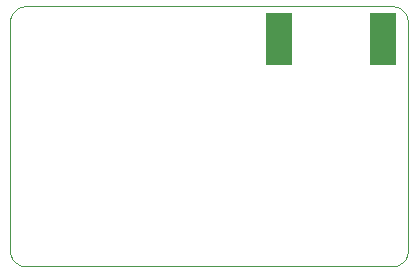
<source format=gbp>
G75*
G70*
%OFA0B0*%
%FSLAX24Y24*%
%IPPOS*%
%LPD*%
%AMOC8*
5,1,8,0,0,1.08239X$1,22.5*
%
%ADD10C,0.0020*%
%ADD11R,0.0870X0.1720*%
D10*
X006654Y000650D02*
X006654Y008311D01*
X006656Y008355D01*
X006662Y008398D01*
X006671Y008440D01*
X006684Y008482D01*
X006701Y008522D01*
X006721Y008561D01*
X006744Y008598D01*
X006771Y008632D01*
X006800Y008665D01*
X006833Y008694D01*
X006867Y008721D01*
X006904Y008744D01*
X006943Y008764D01*
X006983Y008781D01*
X007025Y008794D01*
X007067Y008803D01*
X007110Y008809D01*
X007154Y008811D01*
X019402Y008811D01*
X019446Y008809D01*
X019489Y008803D01*
X019531Y008794D01*
X019573Y008781D01*
X019613Y008764D01*
X019652Y008744D01*
X019689Y008721D01*
X019723Y008694D01*
X019756Y008665D01*
X019785Y008632D01*
X019812Y008598D01*
X019835Y008561D01*
X019855Y008522D01*
X019872Y008482D01*
X019885Y008440D01*
X019894Y008398D01*
X019900Y008355D01*
X019902Y008311D01*
X019902Y000650D01*
X019900Y000606D01*
X019894Y000563D01*
X019885Y000521D01*
X019872Y000479D01*
X019855Y000439D01*
X019835Y000400D01*
X019812Y000363D01*
X019785Y000329D01*
X019756Y000296D01*
X019723Y000267D01*
X019689Y000240D01*
X019652Y000217D01*
X019613Y000197D01*
X019573Y000180D01*
X019531Y000167D01*
X019489Y000158D01*
X019446Y000152D01*
X019402Y000150D01*
X007154Y000150D01*
X007110Y000152D01*
X007067Y000158D01*
X007025Y000167D01*
X006983Y000180D01*
X006943Y000197D01*
X006904Y000217D01*
X006867Y000240D01*
X006833Y000267D01*
X006800Y000296D01*
X006771Y000329D01*
X006744Y000363D01*
X006721Y000400D01*
X006701Y000439D01*
X006684Y000479D01*
X006671Y000521D01*
X006662Y000563D01*
X006656Y000606D01*
X006654Y000650D01*
D11*
X015628Y007711D03*
X019078Y007711D03*
M02*

</source>
